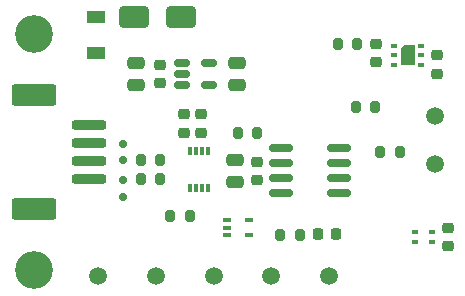
<source format=gbr>
G04 #@! TF.GenerationSoftware,KiCad,Pcbnew,8.0.2*
G04 #@! TF.CreationDate,2024-05-05T20:12:28+02:00*
G04 #@! TF.ProjectId,sensor_board_voc_temp,73656e73-6f72-45f6-926f-6172645f766f,A*
G04 #@! TF.SameCoordinates,Original*
G04 #@! TF.FileFunction,Soldermask,Top*
G04 #@! TF.FilePolarity,Negative*
%FSLAX46Y46*%
G04 Gerber Fmt 4.6, Leading zero omitted, Abs format (unit mm)*
G04 Created by KiCad (PCBNEW 8.0.2) date 2024-05-05 20:12:28*
%MOMM*%
%LPD*%
G01*
G04 APERTURE LIST*
G04 Aperture macros list*
%AMRoundRect*
0 Rectangle with rounded corners*
0 $1 Rounding radius*
0 $2 $3 $4 $5 $6 $7 $8 $9 X,Y pos of 4 corners*
0 Add a 4 corners polygon primitive as box body*
4,1,4,$2,$3,$4,$5,$6,$7,$8,$9,$2,$3,0*
0 Add four circle primitives for the rounded corners*
1,1,$1+$1,$2,$3*
1,1,$1+$1,$4,$5*
1,1,$1+$1,$6,$7*
1,1,$1+$1,$8,$9*
0 Add four rect primitives between the rounded corners*
20,1,$1+$1,$2,$3,$4,$5,0*
20,1,$1+$1,$4,$5,$6,$7,0*
20,1,$1+$1,$6,$7,$8,$9,0*
20,1,$1+$1,$8,$9,$2,$3,0*%
%AMOutline5P*
0 Free polygon, 5 corners , with rotation*
0 The origin of the aperture is its center*
0 number of corners: always 5*
0 $1 to $10 corner X, Y*
0 $11 Rotation angle, in degrees counterclockwise*
0 create outline with 5 corners*
4,1,5,$1,$2,$3,$4,$5,$6,$7,$8,$9,$10,$1,$2,$11*%
%AMOutline6P*
0 Free polygon, 6 corners , with rotation*
0 The origin of the aperture is its center*
0 number of corners: always 6*
0 $1 to $12 corner X, Y*
0 $13 Rotation angle, in degrees counterclockwise*
0 create outline with 6 corners*
4,1,6,$1,$2,$3,$4,$5,$6,$7,$8,$9,$10,$11,$12,$1,$2,$13*%
%AMOutline7P*
0 Free polygon, 7 corners , with rotation*
0 The origin of the aperture is its center*
0 number of corners: always 7*
0 $1 to $14 corner X, Y*
0 $15 Rotation angle, in degrees counterclockwise*
0 create outline with 7 corners*
4,1,7,$1,$2,$3,$4,$5,$6,$7,$8,$9,$10,$11,$12,$13,$14,$1,$2,$15*%
%AMOutline8P*
0 Free polygon, 8 corners , with rotation*
0 The origin of the aperture is its center*
0 number of corners: always 8*
0 $1 to $16 corner X, Y*
0 $17 Rotation angle, in degrees counterclockwise*
0 create outline with 8 corners*
4,1,8,$1,$2,$3,$4,$5,$6,$7,$8,$9,$10,$11,$12,$13,$14,$15,$16,$1,$2,$17*%
G04 Aperture macros list end*
%ADD10RoundRect,0.200000X-1.250000X0.200000X-1.250000X-0.200000X1.250000X-0.200000X1.250000X0.200000X0*%
%ADD11RoundRect,0.250000X-1.650000X0.650000X-1.650000X-0.650000X1.650000X-0.650000X1.650000X0.650000X0*%
%ADD12RoundRect,0.250000X-1.000000X-0.650000X1.000000X-0.650000X1.000000X0.650000X-1.000000X0.650000X0*%
%ADD13RoundRect,0.200000X-0.200000X-0.275000X0.200000X-0.275000X0.200000X0.275000X-0.200000X0.275000X0*%
%ADD14C,1.500000*%
%ADD15RoundRect,0.225000X0.250000X-0.225000X0.250000X0.225000X-0.250000X0.225000X-0.250000X-0.225000X0*%
%ADD16RoundRect,0.250000X-0.475000X0.250000X-0.475000X-0.250000X0.475000X-0.250000X0.475000X0.250000X0*%
%ADD17RoundRect,0.200000X0.200000X0.275000X-0.200000X0.275000X-0.200000X-0.275000X0.200000X-0.275000X0*%
%ADD18RoundRect,0.150000X0.200000X-0.150000X0.200000X0.150000X-0.200000X0.150000X-0.200000X-0.150000X0*%
%ADD19RoundRect,0.150000X-0.200000X0.150000X-0.200000X-0.150000X0.200000X-0.150000X0.200000X0.150000X0*%
%ADD20R,0.500000X0.300000*%
%ADD21RoundRect,0.218750X-0.218750X-0.256250X0.218750X-0.256250X0.218750X0.256250X-0.218750X0.256250X0*%
%ADD22R,1.600000X1.000000*%
%ADD23RoundRect,0.225000X-0.250000X0.225000X-0.250000X-0.225000X0.250000X-0.225000X0.250000X0.225000X0*%
%ADD24C,3.200000*%
%ADD25R,0.300000X0.800000*%
%ADD26RoundRect,0.150000X-0.825000X-0.150000X0.825000X-0.150000X0.825000X0.150000X-0.825000X0.150000X0*%
%ADD27RoundRect,0.100000X-0.175000X-0.100000X0.175000X-0.100000X0.175000X0.100000X-0.175000X0.100000X0*%
%ADD28Outline5P,-0.625000X0.550000X-0.325000X0.850000X0.625000X0.850000X0.625000X-0.850000X-0.625000X-0.850000X0.000000*%
%ADD29RoundRect,0.100000X-0.225000X-0.100000X0.225000X-0.100000X0.225000X0.100000X-0.225000X0.100000X0*%
%ADD30RoundRect,0.150000X-0.512500X-0.150000X0.512500X-0.150000X0.512500X0.150000X-0.512500X0.150000X0*%
G04 APERTURE END LIST*
D10*
X38200000Y-41250000D03*
X38200000Y-42750000D03*
X38200000Y-44250000D03*
X38200000Y-45750000D03*
D11*
X33500000Y-38650000D03*
X33500000Y-48350000D03*
D12*
X42000000Y-32100000D03*
X46000000Y-32100000D03*
D13*
X42575000Y-45800000D03*
X44225000Y-45800000D03*
D14*
X53625000Y-54000000D03*
D15*
X47700000Y-41875000D03*
X47700000Y-40325000D03*
D16*
X42200000Y-35950000D03*
X42200000Y-37850000D03*
D13*
X59250000Y-34400000D03*
X60900000Y-34400000D03*
D17*
X44225000Y-44200000D03*
X42575000Y-44200000D03*
X56025000Y-50500000D03*
X54375000Y-50500000D03*
D18*
X41100000Y-45900000D03*
X41100000Y-47300000D03*
D19*
X41100000Y-44200000D03*
X41100000Y-42800000D03*
D15*
X46200000Y-41875000D03*
X46200000Y-40325000D03*
X68600000Y-51475000D03*
X68600000Y-49925000D03*
D14*
X58500000Y-54000000D03*
D20*
X65800000Y-50300000D03*
X65800000Y-51100000D03*
X67200000Y-51100000D03*
X67200000Y-50300000D03*
D21*
X57577500Y-50460000D03*
X59152500Y-50460000D03*
D22*
X38800000Y-35100000D03*
X38800000Y-32100000D03*
D23*
X62475000Y-34325000D03*
X62475000Y-35875000D03*
D13*
X60775000Y-39700000D03*
X62425000Y-39700000D03*
D23*
X44200000Y-36125000D03*
X44200000Y-37675000D03*
D14*
X43875000Y-54000000D03*
D16*
X50600000Y-44150000D03*
X50600000Y-46050000D03*
D24*
X33500000Y-33500000D03*
D16*
X50700000Y-35950000D03*
X50700000Y-37850000D03*
D14*
X67500000Y-44500000D03*
X48750000Y-54000000D03*
D25*
X46750000Y-46550000D03*
X47250000Y-46550000D03*
X47750000Y-46550000D03*
X48250000Y-46550000D03*
X48250000Y-43450000D03*
X47750000Y-43450000D03*
X47250000Y-43450000D03*
X46750000Y-43450000D03*
D26*
X54425000Y-43195000D03*
X54425000Y-44465000D03*
X54425000Y-45735000D03*
X54425000Y-47005000D03*
X59375000Y-47005000D03*
X59375000Y-45735000D03*
X59375000Y-44465000D03*
X59375000Y-43195000D03*
D27*
X64025000Y-34500000D03*
X64025000Y-35300000D03*
X64025000Y-36100000D03*
X66325000Y-36100000D03*
X66325000Y-35300000D03*
X66325000Y-34500000D03*
D28*
X65175000Y-35300000D03*
D29*
X49850000Y-49250000D03*
X49850000Y-49900000D03*
X49850000Y-50550000D03*
X51750000Y-50550000D03*
X51750000Y-49250000D03*
D13*
X62875000Y-43500000D03*
X64525000Y-43500000D03*
D14*
X67500000Y-40500000D03*
X39000000Y-54000000D03*
D23*
X52400000Y-44325000D03*
X52400000Y-45875000D03*
D13*
X50775000Y-41900000D03*
X52425000Y-41900000D03*
D23*
X67675000Y-35325000D03*
X67675000Y-36875000D03*
D17*
X46725000Y-48900000D03*
X45075000Y-48900000D03*
D30*
X46062500Y-35950000D03*
X46062500Y-36900000D03*
X46062500Y-37850000D03*
X48337500Y-37850000D03*
X48337500Y-35950000D03*
D24*
X33500000Y-53500000D03*
M02*

</source>
